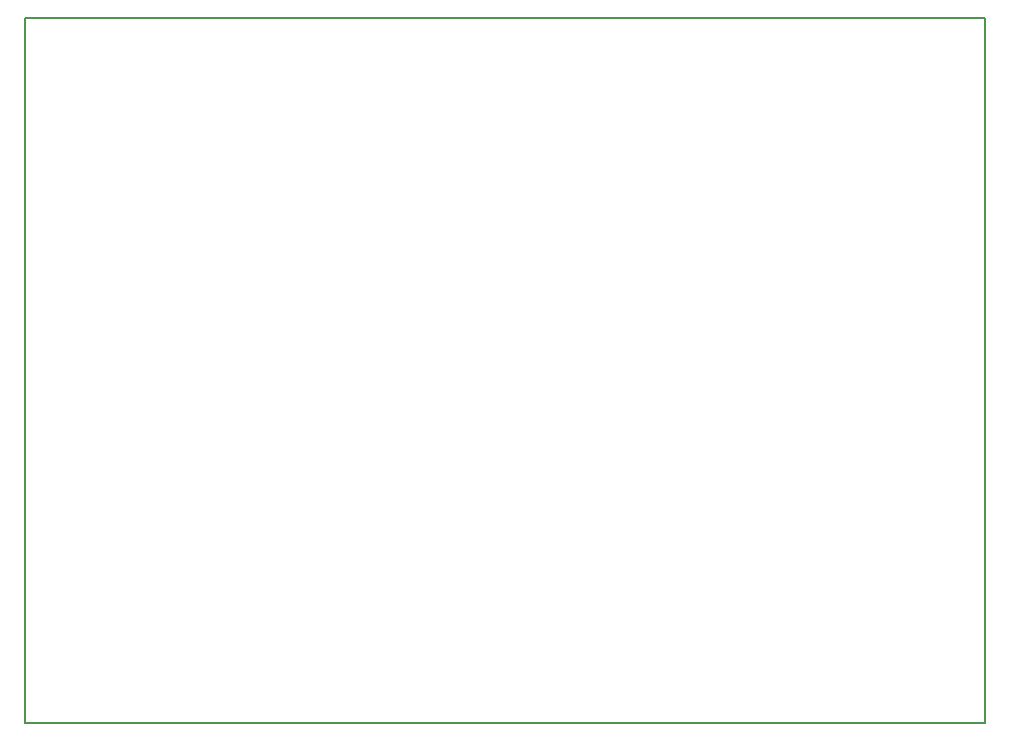
<source format=gm1>
G04 #@! TF.GenerationSoftware,KiCad,Pcbnew,5.0.2-bee76a0~70~ubuntu18.04.1*
G04 #@! TF.CreationDate,2019-03-11T17:23:52+01:00*
G04 #@! TF.ProjectId,8RelaisReed,3852656c-6169-4735-9265-65642e6b6963,rev?*
G04 #@! TF.SameCoordinates,Original*
G04 #@! TF.FileFunction,Profile,NP*
%FSLAX46Y46*%
G04 Gerber Fmt 4.6, Leading zero omitted, Abs format (unit mm)*
G04 Created by KiCad (PCBNEW 5.0.2-bee76a0~70~ubuntu18.04.1) date lun. 11 mars 2019 17:23:52 CET*
%MOMM*%
%LPD*%
G01*
G04 APERTURE LIST*
%ADD10C,0.150000*%
G04 APERTURE END LIST*
D10*
X138430000Y-125730000D02*
X138430000Y-66040000D01*
X219710000Y-125730000D02*
X138430000Y-125730000D01*
X219710000Y-66040000D02*
X219710000Y-125730000D01*
X138430000Y-66040000D02*
X219710000Y-66040000D01*
M02*

</source>
